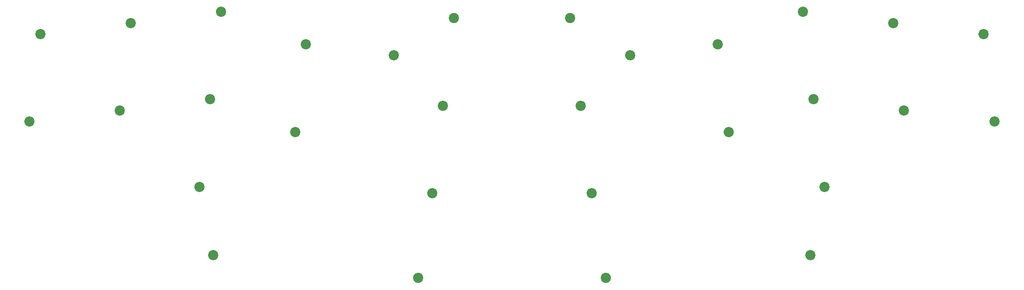
<source format=gts>
G04 #@! TF.GenerationSoftware,KiCad,Pcbnew,7.0.10-7.0.10~ubuntu23.04.1*
G04 #@! TF.CreationDate,2024-02-06T19:10:48+00:00*
G04 #@! TF.ProjectId,plate_3_thumbs,706c6174-655f-4335-9f74-68756d62732e,v0.1*
G04 #@! TF.SameCoordinates,PX166f693PY93d1cc0*
G04 #@! TF.FileFunction,Soldermask,Top*
G04 #@! TF.FilePolarity,Negative*
%FSLAX46Y46*%
G04 Gerber Fmt 4.6, Leading zero omitted, Abs format (unit mm)*
G04 Created by KiCad (PCBNEW 7.0.10-7.0.10~ubuntu23.04.1) date 2024-02-06 19:10:48*
%MOMM*%
%LPD*%
G01*
G04 APERTURE LIST*
%ADD10C,2.200000*%
G04 APERTURE END LIST*
D10*
X166860803Y-136750673D03*
X159168967Y-80607062D03*
X126418141Y-136750673D03*
X82238631Y-131817253D03*
X81574451Y-98147837D03*
X231186730Y-100554051D03*
X129466755Y-118423073D03*
X42603801Y-102959440D03*
X248353525Y-84051435D03*
X209376715Y-79240650D03*
X163812189Y-118423073D03*
X191049112Y-86289267D03*
X64413824Y-81646043D03*
X99902051Y-105196455D03*
X250675141Y-102959438D03*
X161490576Y-99515068D03*
X83902227Y-79240652D03*
X134109977Y-80607062D03*
X79252841Y-117055846D03*
X172147274Y-88610059D03*
X102229832Y-86289267D03*
X214026101Y-117055844D03*
X228865120Y-81646043D03*
X131788368Y-99515068D03*
X193376891Y-105196453D03*
X44925417Y-84051437D03*
X211704491Y-98147835D03*
X121131668Y-88610061D03*
X62092212Y-100554053D03*
X211040314Y-131817253D03*
M02*

</source>
